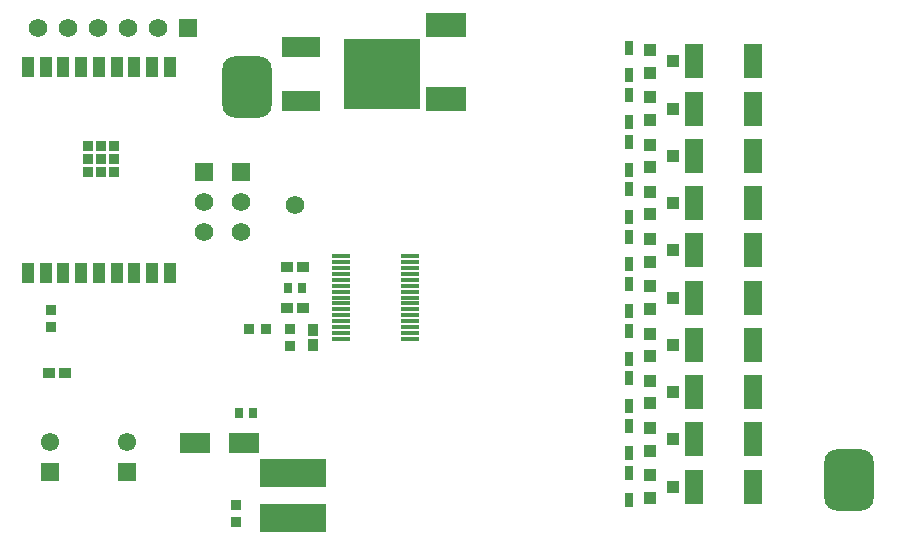
<source format=gts>
G04*
G04 #@! TF.GenerationSoftware,Altium Limited,Altium Designer,24.1.2 (44)*
G04*
G04 Layer_Color=8388736*
%FSLAX44Y44*%
%MOMM*%
G71*
G04*
G04 #@! TF.SameCoordinates,35289A0D-B0B0-4263-B8D2-BBE876D284D7*
G04*
G04*
G04 #@! TF.FilePolarity,Negative*
G04*
G01*
G75*
%ADD24R,3.4000X2.1000*%
%ADD33R,1.1311X0.9121*%
%ADD34R,0.9121X0.9581*%
%ADD39R,0.7581X0.8121*%
%ADD40R,2.6000X1.7000*%
%ADD45R,0.9581X0.9121*%
%ADD46R,0.9121X1.1311*%
%ADD48R,0.9000X0.9000*%
%ADD49R,1.1000X1.7000*%
%ADD50R,3.2000X1.8000*%
%ADD51R,6.4000X6.0000*%
G04:AMPARAMS|DCode=52|XSize=4.2mm|YSize=5.2mm|CornerRadius=1.1mm|HoleSize=0mm|Usage=FLASHONLY|Rotation=0.000|XOffset=0mm|YOffset=0mm|HoleType=Round|Shape=RoundedRectangle|*
%AMROUNDEDRECTD52*
21,1,4.2000,3.0000,0,0,0.0*
21,1,2.0000,5.2000,0,0,0.0*
1,1,2.2000,1.0000,-1.5000*
1,1,2.2000,-1.0000,-1.5000*
1,1,2.2000,-1.0000,1.5000*
1,1,2.2000,1.0000,1.5000*
%
%ADD52ROUNDEDRECTD52*%
G04:AMPARAMS|DCode=53|XSize=1.6mm|YSize=0.4mm|CornerRadius=0.0995mm|HoleSize=0mm|Usage=FLASHONLY|Rotation=0.000|XOffset=0mm|YOffset=0mm|HoleType=Round|Shape=RoundedRectangle|*
%AMROUNDEDRECTD53*
21,1,1.6000,0.2010,0,0,0.0*
21,1,1.4010,0.4000,0,0,0.0*
1,1,0.1990,0.7005,-0.1005*
1,1,0.1990,-0.7005,-0.1005*
1,1,0.1990,-0.7005,0.1005*
1,1,0.1990,0.7005,0.1005*
%
%ADD53ROUNDEDRECTD53*%
%ADD54R,5.7000X2.3500*%
%ADD55R,1.1000X1.0000*%
%ADD56R,0.7000X1.2750*%
%ADD57R,1.6000X2.8500*%
%ADD58C,1.5700*%
%ADD59R,1.5700X1.5700*%
%ADD60C,1.5500*%
%ADD61R,1.5500X1.5500*%
%ADD62R,1.5700X1.5700*%
D24*
X1380000Y880500D02*
D03*
Y943500D02*
D03*
D33*
X1056905Y649000D02*
D03*
X1044095D02*
D03*
X1245595Y704000D02*
D03*
X1258405D02*
D03*
X1245595Y738000D02*
D03*
X1258405D02*
D03*
D34*
X1045250Y702270D02*
D03*
Y687730D02*
D03*
X1202000Y537270D02*
D03*
Y522730D02*
D03*
X1247500Y685770D02*
D03*
Y671230D02*
D03*
D39*
X1204230Y614500D02*
D03*
X1216770D02*
D03*
X1258270Y721000D02*
D03*
X1245730D02*
D03*
D40*
X1167500Y589000D02*
D03*
X1208500D02*
D03*
D45*
X1227500Y686000D02*
D03*
X1212960D02*
D03*
D46*
X1267500Y672095D02*
D03*
Y684905D02*
D03*
D48*
X1099000Y841000D02*
D03*
Y830000D02*
D03*
Y819000D02*
D03*
X1088000D02*
D03*
X1077000D02*
D03*
Y830000D02*
D03*
Y841000D02*
D03*
X1088000D02*
D03*
Y830000D02*
D03*
D49*
X1026000Y907900D02*
D03*
X1041000D02*
D03*
X1056000D02*
D03*
X1071000D02*
D03*
X1086000D02*
D03*
X1101000D02*
D03*
X1116000D02*
D03*
X1131000D02*
D03*
X1146000D02*
D03*
Y732900D02*
D03*
X1131000D02*
D03*
X1116000D02*
D03*
X1101000D02*
D03*
X1086000D02*
D03*
X1071000D02*
D03*
X1056000D02*
D03*
X1041000D02*
D03*
X1026000D02*
D03*
D50*
X1257500Y925000D02*
D03*
X1257491Y879301D02*
D03*
D51*
X1325970Y902151D02*
D03*
D52*
X1211000Y891000D02*
D03*
X1721000Y558000D02*
D03*
D53*
X1349000Y747500D02*
D03*
X1291000D02*
D03*
Y742500D02*
D03*
Y737500D02*
D03*
Y732500D02*
D03*
Y727500D02*
D03*
Y722500D02*
D03*
Y717500D02*
D03*
Y712500D02*
D03*
Y707500D02*
D03*
Y702500D02*
D03*
Y697500D02*
D03*
Y692500D02*
D03*
Y687500D02*
D03*
Y682500D02*
D03*
Y677500D02*
D03*
X1349000D02*
D03*
Y682500D02*
D03*
Y687500D02*
D03*
Y692500D02*
D03*
Y697500D02*
D03*
Y702500D02*
D03*
Y707500D02*
D03*
Y712500D02*
D03*
Y717500D02*
D03*
Y722500D02*
D03*
Y727500D02*
D03*
Y732500D02*
D03*
Y737500D02*
D03*
Y742500D02*
D03*
D54*
X1250500Y564250D02*
D03*
X1250500Y525750D02*
D03*
D55*
X1552500Y922000D02*
D03*
Y903000D02*
D03*
X1572500Y912500D02*
D03*
X1552500Y882000D02*
D03*
Y863000D02*
D03*
X1572500Y872500D02*
D03*
X1552500Y842000D02*
D03*
Y823000D02*
D03*
X1572500Y832500D02*
D03*
X1552500Y802000D02*
D03*
Y783000D02*
D03*
X1572500Y792500D02*
D03*
X1552500Y682000D02*
D03*
Y663000D02*
D03*
X1572500Y672500D02*
D03*
X1552500Y642000D02*
D03*
Y623000D02*
D03*
X1572500Y632500D02*
D03*
X1552500Y602000D02*
D03*
Y583000D02*
D03*
X1572500Y592500D02*
D03*
X1552500Y762000D02*
D03*
Y743000D02*
D03*
X1572500Y752500D02*
D03*
X1552500Y722000D02*
D03*
Y703000D02*
D03*
X1572500Y712500D02*
D03*
X1552500Y562000D02*
D03*
Y543000D02*
D03*
X1572500Y552500D02*
D03*
D56*
X1535000Y804120D02*
D03*
Y780880D02*
D03*
Y884120D02*
D03*
Y860880D02*
D03*
Y844120D02*
D03*
Y820880D02*
D03*
Y724120D02*
D03*
Y700880D02*
D03*
Y684120D02*
D03*
Y660880D02*
D03*
Y604120D02*
D03*
Y580880D02*
D03*
X1535000Y564120D02*
D03*
Y540880D02*
D03*
X1535000Y924120D02*
D03*
Y900880D02*
D03*
Y764120D02*
D03*
Y740880D02*
D03*
Y644120D02*
D03*
Y620880D02*
D03*
D57*
X1639750Y912500D02*
D03*
X1590250D02*
D03*
X1639750Y872500D02*
D03*
X1590250D02*
D03*
X1639750Y832500D02*
D03*
X1590250D02*
D03*
X1639750Y792500D02*
D03*
X1590250D02*
D03*
X1639750Y752500D02*
D03*
X1590250D02*
D03*
X1639500Y712500D02*
D03*
X1590000D02*
D03*
X1639750Y672500D02*
D03*
X1590250D02*
D03*
X1639750Y632500D02*
D03*
X1590250D02*
D03*
X1639750Y592500D02*
D03*
X1590250D02*
D03*
X1639500Y552500D02*
D03*
X1590000D02*
D03*
D58*
X1252000Y791000D02*
D03*
X1175000Y767600D02*
D03*
Y793000D02*
D03*
X1206000Y767600D02*
D03*
Y793000D02*
D03*
X1034750Y941000D02*
D03*
X1060150D02*
D03*
X1085550D02*
D03*
X1110950D02*
D03*
X1136350D02*
D03*
D59*
X1175000Y818400D02*
D03*
X1206000D02*
D03*
D60*
X1109750Y590000D02*
D03*
X1044750D02*
D03*
D61*
X1109750Y565000D02*
D03*
X1044750D02*
D03*
D62*
X1161750Y941000D02*
D03*
M02*

</source>
